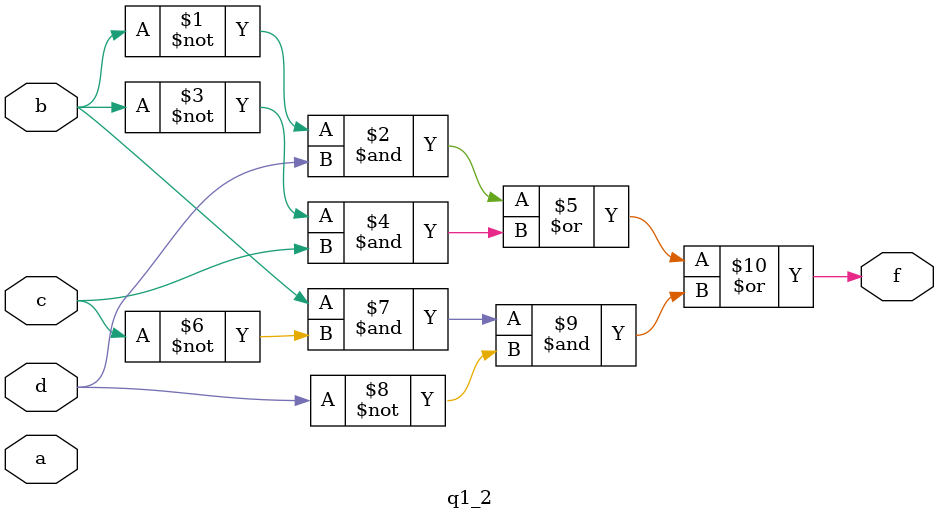
<source format=v>
module q1_2(a,b,c,d,f);
input a,b,c,d;
output f;
assign f = (~b & d) | (~b & c) | (b & ~c & ~d);
endmodule

</source>
